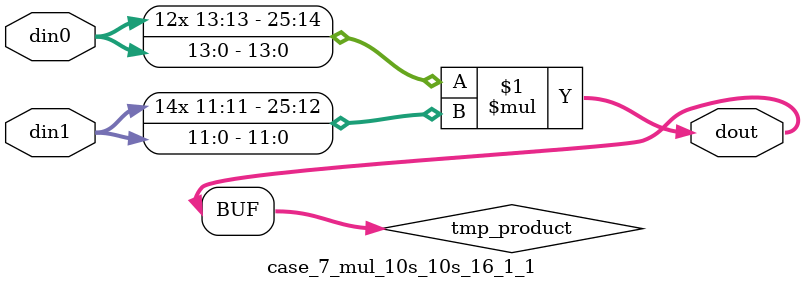
<source format=v>

`timescale 1 ns / 1 ps

 module case_7_mul_10s_10s_16_1_1(din0, din1, dout);
parameter ID = 1;
parameter NUM_STAGE = 0;
parameter din0_WIDTH = 14;
parameter din1_WIDTH = 12;
parameter dout_WIDTH = 26;

input [din0_WIDTH - 1 : 0] din0; 
input [din1_WIDTH - 1 : 0] din1; 
output [dout_WIDTH - 1 : 0] dout;

wire signed [dout_WIDTH - 1 : 0] tmp_product;



























assign tmp_product = $signed(din0) * $signed(din1);








assign dout = tmp_product;





















endmodule

</source>
